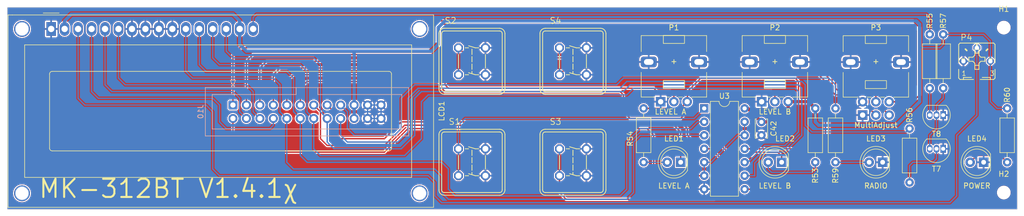
<source format=kicad_pcb>
(kicad_pcb (version 20211014) (generator pcbnew)
  (title_block (title "MK312BT Display Print") (date "2022-09-05") (rev "1.4.1-Chi"))
  (layers (0 "F.Cu" signal) (31 "B.Cu" signal) (34 "B.Paste" user) (35 "F.Paste" user) (36 "B.SilkS" user "B.Silkscreen") (37 "F.SilkS" user "F.Silkscreen") (38 "B.Mask" user) (39 "F.Mask" user) (44 "Edge.Cuts" user))
  (net 0 "")
  (net 1 "Net-(J10-Pad1)")
  (net 2 "GND")
  (net 3 "Net-(J10-Pad3)")
  (net 4 "Net-(J10-Pad4)")
  (net 5 "Net-(J10-Pad5)")
  (net 6 "Net-(J10-Pad6)")
  (net 7 "Net-(J10-Pad7)")
  (net 8 "Net-(J10-Pad8)")
  (net 9 "Net-(J10-Pad9)")
  (net 10 "Net-(J10-Pad10)")
  (net 11 "Net-(J10-Pad11)")
  (net 12 "Net-(J10-Pad12)")
  (net 13 "Net-(J10-Pad13)")
  (net 14 "Net-(J10-Pad14)")
  (net 15 "Net-(J10-Pad15)")
  (net 16 "Net-(J10-Pad16)")
  (net 17 "Net-(J10-Pad17)")
  (net 18 "Net-(J10-Pad18)")
  (net 19 "Net-(LED1-Pad2)")
  (net 20 "Net-(LED2-Pad2)")
  (net 21 "Net-(LED4-Pad2)")
  (net 22 "Net-(LCD1-Pad3)")
  (net 23 "Net-(R55-Pad2)")
  (net 24 "Net-(R56-Pad2)")
  (net 25 "Net-(R57-Pad1)")
  (net 26 "Net-(S2-Pad1)")
  (net 27 "+5V")
  (net 28 "Net-(S1-Pad1)")
  (net 29 "Net-(S4-Pad1)")
  (net 30 "Net-(LCD1-Pad16)")
  (net 31 "Net-(LED3-Pad2)")
  (net 32 "Net-(J10-Pad2)")
  (net 33 "Net-(S3-Pad1)")
  (footprint "LED_THT:LED_D5.0mm" (layer "F.Cu") (at 234.955004 80.01 180)
    (fp_text reference "LED4")
    (fp_text value "5 mm, red")
  )
  (footprint "LED_THT:LED_D5.0mm" (layer "F.Cu") (at 177.805004 80.01 180)
    (fp_text reference "LED1")
    (fp_text value "5 mm, red")
  )
  (footprint "Package_DIP:DIP-14_W7.62mm" (layer "F.Cu") (at 182.245 69.85)
    (fp_text reference "U3")
    (fp_text value "4066N")
  )
  (footprint "mk312:DTE6K" (layer "F.Cu") (at 157.48 80.01 90)
    (fp_text reference "S3")
    (fp_text value "D6C90F2LFS")
  )
  (footprint "mk312:DTE6K" (layer "F.Cu") (at 138.43 80.01 90)
    (fp_text reference "S1")
    (fp_text value "D6C90F2LFS")
  )
  (footprint "Resistor_THT:R_Axial_DIN0207_L6.3mm_D2.5mm_P10.16mm_Horizontal" (layer "F.Cu") (at 203.2 69.85 -90)
    (fp_text reference "R53")
    (fp_text value "390")
  )
  (footprint "Resistor_THT:R_Axial_DIN0207_L6.3mm_D2.5mm_P10.16mm_Horizontal" (layer "F.Cu") (at 207.01 80.01 90)
    (fp_text reference "R59")
    (fp_text value "390")
  )
  (footprint "MountingHole:MountingHole_2.5mm" (layer "F.Cu") (at 238.76 54.61)
    (fp_text reference "H1")
    (fp_text value "MountingHole topright" hide)
  )
  (footprint "Resistor_THT:R_Axial_DIN0207_L6.3mm_D2.5mm_P10.16mm_Horizontal" (layer "F.Cu") (at 227.33 66.04 90)
    (fp_text reference "R57")
    (fp_text value "1.5k")
  )
  (footprint "Capacitor_THT:C_Disc_D3.4mm_W2.1mm_P2.50mm" (layer "F.Cu") (at 193.04 72.41 -90)
    (fp_text reference "C42")
    (fp_text value "0.1uF")
  )
  (footprint "Resistor_THT:R_Axial_DIN0207_L6.3mm_D2.5mm_P10.16mm_Horizontal" (layer "F.Cu") (at 220.98 73.66 -90)
    (fp_text reference "R56")
    (fp_text value "1.5k")
  )
  (footprint "Potentiometer_THT:Potentiometer_Alps_RK09L_Single_Vertical" (layer "F.Cu") (at 174.030005 68.590008 90)
    (fp_text reference "P1")
    (fp_text value "10k")
  )
  (footprint "mk312:B25P" (layer "F.Cu") (at 233.68 60.96)
    (fp_text reference "P4")
    (fp_text value "10k")
  )
  (footprint "mk312:DTE6K" (layer "F.Cu") (at 138.43 60.96 90)
    (fp_text reference "S2")
    (fp_text value "D6C90F2LFS")
  )
  (footprint "Resistor_THT:R_Axial_DIN0207_L6.3mm_D2.5mm_P10.16mm_Horizontal" (layer "F.Cu") (at 239.395 80.01 90)
    (fp_text reference "R60")
    (fp_text value "390")
  )
  (footprint "Resistor_THT:R_Axial_DIN0207_L6.3mm_D2.5mm_P10.16mm_Horizontal" (layer "F.Cu") (at 170.815 69.85 -90)
    (fp_text reference "R54")
    (fp_text value "390")
  )
  (footprint "MountingHole:MountingHole_2.5mm" (layer "F.Cu") (at 238.76 85.725)
    (fp_text reference "H2")
    (fp_text value "MountingHole bottomright" hide)
  )
  (footprint "Potentiometer_THT:Potentiometer_Alps_RK09L_Double_Vertical" (layer "F.Cu") (at 212.130005 71.109992 90)
    (fp_text reference "P3")
    (fp_text value "10k stereo")
  )
  (footprint "LED_THT:LED_D5.0mm" (layer "F.Cu") (at 196.855004 80.01 180)
    (fp_text reference "LED2")
    (fp_text value "5 mm, red")
  )
  (footprint "Resistor_THT:R_Axial_DIN0207_L6.3mm_D2.5mm_P10.16mm_Horizontal" (layer "F.Cu") (at 224.79 55.88 -90)
    (fp_text reference "R55")
    (fp_text value "100")
  )
  (footprint "Potentiometer_THT:Potentiometer_Alps_RK09L_Single_Vertical" (layer "F.Cu") (at 193.080005 68.590008 90)
    (fp_text reference "P2")
    (fp_text value "10k")
  )
  (footprint "Package_TO_SOT_THT:TO-92_Inline" (layer "F.Cu") (at 227.33 71.12 180)
    (fp_text reference "T8")
    (fp_text value "2N3904")
  )
  (footprint "Display:WC1602A" (layer "F.Cu") (at 59.055 54.864)
    (fp_text reference "LCD1")
    (fp_text value "RC1602A")
  )
  (footprint "Package_TO_SOT_THT:TO-92_Inline" (layer "F.Cu") (at 227.33 77.47 180)
    (fp_text reference "T7")
    (fp_text value "2N3904")
  )
  (footprint "mk312:DTE6K" (layer "F.Cu") (at 157.48 60.96 90)
    (fp_text reference "S4")
    (fp_text value "D6C90F2LFS")
  )
  (footprint "LED_THT:LED_D5.0mm" (layer "F.Cu") (at 215.905004 80.01 180)
    (fp_text reference "LED3")
    (fp_text value "5 mm, red")
  )
  (footprint "Connector_IDC:IDC-Header_2x12_P2.54mm_Vertical" (layer "B.Cu") (at 93.345 69.215 -90)
    (fp_text reference "J10")
    (fp_text value "Conn. 02x12")
  )
  (gr_line (start 50.8 50.8) (end 50.8 50.8) (layer "Edge.Cuts") (width 0.05))
  (gr_line (start 50.8 88.9) (end 241.3 88.9) (layer "Edge.Cuts") (width 0.05))
  (gr_line (start 50.8 50.8) (end 50.8 88.9) (layer "Edge.Cuts") (width 0.05))
  (gr_line (start 241.3 50.8) (end 50.8 50.8) (layer "Edge.Cuts") (width 0.05))
  (gr_line (start 241.3 88.9) (end 241.3 50.8) (layer "Edge.Cuts") (width 0.05))
  (gr_text "MK-312BT V1.4.1χ" (at 56.515 86.995) (layer "F.SilkS") (effects (font (size 3.429 3.429) (thickness 0.381)) (justify left bottom)))
  (gr_text "+" (at 214.63 60.96) (layer "F.SilkS") (effects (font (size 1 1)) (justify mirror)))
  (gr_text "+" (at 195.58 60.96) (layer "F.SilkS") (effects (font (size 1 1)) (justify mirror)))
  (gr_text "+" (at 176.53 60.96) (layer "F.SilkS") (effects (font (size 1 1)) (justify mirror)))
  (segment (start 131.445 53.975) (end 132.08 53.34) (width 0.254) (layer "F.Cu") (net 1))
  (segment (start 221.585008 68.609992) (end 217.130005 68.609992) (width 0.254) (layer "F.Cu") (net 1))
  (segment (start 130.175 58.42) (end 131.445 57.15) (width 0.254) (layer "F.Cu") (net 1))
  (segment (start 94.615 58.42) (end 130.175 58.42) (width 0.254) (layer "F.Cu") (net 1))
  (segment (start 222.885 67.31) (end 221.585008 68.609992) (width 0.254) (layer "F.Cu") (net 1))
  (segment (start 222.885 54.61) (end 222.885 67.31) (width 0.254) (layer "F.Cu") (net 1))
  (segment (start 93.345 59.69) (end 94.615 58.42) (width 0.254) (layer "F.Cu") (net 1))
  (segment (start 131.445 57.15) (end 131.445 53.975) (width 0.254) (layer "F.Cu") (net 1))
  (segment (start 93.345 69.215) (end 93.345 59.69) (width 0.254) (layer "F.Cu") (net 1))
  (segment (start 221.615 53.34) (end 222.885 54.61) (width 0.254) (layer "F.Cu") (net 1))
  (segment (start 132.08 53.34) (end 221.615 53.34) (width 0.254) (layer "F.Cu") (net 1))
  (segment (start 118.745 71.755) (end 118.745 69.215) (width 0.254) (layer "B.Cu") (net 2))
  (segment (start 121.285 71.755) (end 121.285 69.215) (width 0.254) (layer "B.Cu") (net 2))
  (segment (start 118.745 69.215) (end 121.285 69.215) (width 0.254) (layer "B.Cu") (net 2))
  (segment (start 121.285 71.755) (end 118.745 71.755) (width 0.254) (layer "B.Cu") (net 2))
  (segment (start 220.98 53.975) (end 222.25 55.245) (width 0.254) (layer "F.Cu") (net 3))
  (segment (start 130.81 59.69) (end 132.08 58.42) (width 0.254) (layer "F.Cu") (net 3))
  (segment (start 132.08 54.61) (end 132.715 53.975) (width 0.254) (layer "F.Cu") (net 3))
  (segment (start 95.885 60.96) (end 97.155 59.69) (width 0.254) (layer "F.Cu") (net 3))
  (segment (start 132.08 58.42) (end 132.08 54.61) (width 0.254) (layer "F.Cu") (net 3))
  (segment (start 221.615 66.04) (end 217.17 66.04) (width 0.254) (layer "F.Cu") (net 3))
  (segment (start 132.715 53.975) (end 220.98 53.975) (width 0.254) (layer "F.Cu") (net 3))
  (segment (start 95.885 69.215) (end 95.885 60.96) (width 0.254) (layer "F.Cu") (net 3))
  (segment (start 215.9 67.31) (end 215.9 69.879987) (width 0.254) (layer "F.Cu") (net 3))
  (segment (start 217.17 66.04) (end 215.9 67.31) (width 0.254) (layer "F.Cu") (net 3))
  (segment (start 222.25 55.245) (end 222.25 65.405) (width 0.254) (layer "F.Cu") (net 3))
  (segment (start 97.155 59.69) (end 130.81 59.69) (width 0.254) (layer "F.Cu") (net 3))
  (segment (start 215.9 69.879987) (end 217.130005 71.109992) (width 0.254) (layer "F.Cu") (net 3))
  (segment (start 222.25 65.405) (end 221.615 66.04) (width 0.254) (layer "F.Cu") (net 3))
  (segment (start 94.615 67.945) (end 93.345 66.675) (width 0.254) (layer "B.Cu") (net 4))
  (segment (start 95.885 71.755) (end 94.615 70.485) (width 0.254) (layer "B.Cu") (net 4))
  (segment (start 94.615 70.485) (end 94.615 67.945) (width 0.254) (layer "B.Cu") (net 4))
  (segment (start 69.215 65.405) (end 70.485 66.675) (width 0.254) (layer "B.Cu") (net 4))
  (segment (start 93.345 66.675) (end 70.485 66.675) (width 0.254) (layer "B.Cu") (net 4))
  (segment (start 69.215 65.405) (end 69.215 54.864) (width 0.254) (layer "B.Cu") (net 4))
  (segment (start 214.630005 67.310005) (end 213.995 66.675) (width 0.254) (layer "F.Cu") (net 5))
  (segment (start 131.445 60.96) (end 99.695 60.96) (width 0.254) (layer "F.Cu") (net 5))
  (segment (start 133.35 54.61) (end 132.715 55.245) (width 0.254) (layer "F.Cu") (net 5))
  (segment (start 132.715 59.69) (end 131.445 60.96) (width 0.254) (layer "F.Cu") (net 5))
  (segment (start 207.645 66.675) (end 207.01 66.04) (width 0.254) (layer "F.Cu") (net 5))
  (segment (start 207.01 55.88) (end 205.74 54.61) (width 0.254) (layer "F.Cu") (net 5))
  (segment (start 132.715 55.245) (end 132.715 59.69) (width 0.254) (layer "F.Cu") (net 5))
  (segment (start 205.74 54.61) (end 133.35 54.61) (width 0.254) (layer "F.Cu") (net 5))
  (segment (start 98.425 62.23) (end 98.425 69.215) (width 0.254) (layer "F.Cu") (net 5))
  (segment (start 213.995 66.675) (end 207.645 66.675) (width 0.254) (layer "F.Cu") (net 5))
  (segment (start 99.695 60.96) (end 98.425 62.23) (width 0.254) (layer "F.Cu") (net 5))
  (segment (start 207.01 66.04) (end 207.01 55.88) (width 0.254) (layer "F.Cu") (net 5))
  (segment (start 214.630005 68.609992) (end 214.630005 67.310005) (width 0.254) (layer "F.Cu") (net 5))
  (segment (start 71.755 64.135) (end 71.755 54.864) (width 0.254) (layer "B.Cu") (net 6))
  (segment (start 73.025 65.405) (end 71.755 64.135) (width 0.254) (layer "B.Cu") (net 6))
  (segment (start 95.885 65.405) (end 73.025 65.405) (width 0.254) (layer "B.Cu") (net 6))
  (segment (start 97.155 66.675) (end 95.885 65.405) (width 0.254) (layer "B.Cu") (net 6))
  (segment (start 97.155 70.485) (end 98.425 71.755) (width 0.254) (layer "B.Cu") (net 6))
  (segment (start 97.155 70.485) (end 97.155 66.675) (width 0.254) (layer "B.Cu") (net 6))
  (segment (start 213.36 67.945) (end 212.725 67.31) (width 0.254) (layer "F.Cu") (net 7))
  (segment (start 133.985 55.245) (end 133.35 55.88) (width 0.254) (layer "F.Cu") (net 7))
  (segment (start 214.630005 71.109992) (end 213.36 69.839987) (width 0.254) (layer "F.Cu") (net 7))
  (segment (start 132.08 62.23) (end 102.235 62.23) (width 0.254) (layer "F.Cu") (net 7))
  (segment (start 100.965 63.5) (end 100.965 69.215) (width 0.254) (layer "F.Cu") (net 7))
  (segment (start 207.01 67.31) (end 206.375 66.675) (width 0.254) (layer "F.Cu") (net 7))
  (segment (start 206.375 56.515) (end 205.105 55.245) (width 0.254) (layer "F.Cu") (net 7))
  (segment (start 133.35 55.88) (end 133.35 60.96) (width 0.254) (layer "F.Cu") (net 7))
  (segment (start 213.36 69.839987) (end 213.36 67.945) (width 0.254) (layer "F.Cu") (net 7))
  (segment (start 205.105 55.245) (end 133.985 55.245) (width 0.254) (layer "F.Cu") (net 7))
  (segment (start 102.235 62.23) (end 100.965 63.5) (width 0.254) (layer "F.Cu") (net 7))
  (segment (start 212.725 67.31) (end 207.01 67.31) (width 0.254) (layer "F.Cu") (net 7))
  (segment (start 206.375 66.675) (end 206.375 56.515) (width 0.254) (layer "F.Cu") (net 7))
  (segment (start 133.35 60.96) (end 132.08 62.23) (width 0.254) (layer "F.Cu") (net 7))
  (segment (start 100.33 73.66) (end 100.965 73.025) (width 0.254) (layer "B.Cu") (net 8))
  (segment (start 90.805 69.215) (end 90.805 72.39) (width 0.254) (layer "B.Cu") (net 8))
  (segment (start 89.535 67.945) (end 90.805 69.215) (width 0.254) (layer "B.Cu") (net 8))
  (segment (start 66.675 54.864) (end 66.675 66.675) (width 0.254) (layer "B.Cu") (net 8))
  (segment (start 92.075 73.66) (end 100.33 73.66) (width 0.254) (layer "B.Cu") (net 8))
  (segment (start 100.965 73.025) (end 100.965 71.755) (width 0.254) (layer "B.Cu") (net 8))
  (segment (start 67.945 67.945) (end 89.535 67.945) (width 0.254) (layer "B.Cu") (net 8))
  (segment (start 66.675 66.675) (end 67.945 67.945) (width 0.254) (layer "B.Cu") (net 8))
  (segment (start 90.805 72.39) (end 92.075 73.66) (width 0.254) (layer "B.Cu") (net 8))
  (segment (start 133.35 64.135) (end 132.715 63.5) (width 0.254) (layer "F.Cu") (net 9))
  (segment (start 104.775 63.5) (end 103.505 64.77) (width 0.254) (layer "F.Cu") (net 9))
  (segment (start 133.35 65.405) (end 133.35 64.135) (width 0.254) (layer "F.Cu") (net 9))
  (segment (start 172.72 66.04) (end 133.985 66.04) (width 0.254) (layer "F.Cu") (net 9))
  (segment (start 176.530005 68.590008) (end 176.530005 67.310005) (width 0.254) (layer "F.Cu") (net 9))
  (segment (start 175.895 66.675) (end 173.355 66.675) (width 0.254) (layer "F.Cu") (net 9))
  (segment (start 133.985 66.04) (end 133.35 65.405) (width 0.254) (layer "F.Cu") (net 9))
  (segment (start 176.530005 67.310005) (end 175.895 66.675) (width 0.254) (layer "F.Cu") (net 9))
  (segment (start 173.355 66.675) (end 172.72 66.04) (width 0.254) (layer "F.Cu") (net 9))
  (segment (start 132.715 63.5) (end 104.775 63.5) (width 0.254) (layer "F.Cu") (net 9))
  (segment (start 103.505 64.77) (end 103.505 69.215) (width 0.254) (layer "F.Cu") (net 9))
  (segment (start 133.985 86.995) (end 132.715 85.725) (width 0.254) (layer "B.Cu") (net 10))
  (segment (start 85.725 64.135) (end 84.455 62.865) (width 0.254) (layer "B.Cu") (net 10))
  (segment (start 84.455 62.865) (end 84.455 54.864) (width 0.254) (layer "B.Cu") (net 10))
  (segment (start 100.965 64.135) (end 85.725 64.135) (width 0.254) (layer "B.Cu") (net 10))
  (segment (start 102.235 65.405) (end 100.965 64.135) (width 0.254) (layer "B.Cu") (net 10))
  (segment (start 132.715 85.725) (end 132.715 82.561578) (width 0.254) (layer "B.Cu") (net 10))
  (segment (start 170.18 74.93) (end 168.91 76.2) (width 0.254) (layer "B.Cu") (net 10))
  (segment (start 104.775 81.28) (end 103.505 80.01) (width 0.254) (layer "B.Cu") (net 10))
  (segment (start 170.185 74.935) (end 170.18 74.93) (width 0.254) (layer "B.Cu") (net 10))
  (segment (start 182.235 74.935) (end 170.185 74.935) (width 0.254) (layer "B.Cu") (net 10))
  (segment (start 168.91 76.2) (end 168.91 85.725) (width 0.254) (layer "B.Cu") (net 10))
  (segment (start 167.64 86.995) (end 133.985 86.995) (width 0.254) (layer "B.Cu") (net 10))
  (segment (start 168.91 85.725) (end 167.64 86.995) (width 0.254) (layer "B.Cu") (net 10))
  (segment (start 102.235 70.485) (end 102.235 65.405) (width 0.254) (layer "B.Cu") (net 10))
  (segment (start 132.715 82.561578) (end 131.433422 81.28) (width 0.254) (layer "B.Cu") (net 10))
  (segment (start 131.433422 81.28) (end 104.775 81.28) (width 0.254) (layer "B.Cu") (net 10))
  (segment (start 102.235 70.485) (end 103.505 71.755) (width 0.254) (layer "B.Cu") (net 10))
  (segment (start 103.505 80.01) (end 103.505 71.755) (width 0.254) (layer "B.Cu") (net 10))
  (segment (start 181.61 66.675) (end 180.34 67.945) (width 0.254) (layer "F.Cu") (net 11))
  (segment (start 167.005 67.31) (end 166.37 66.675) (width 0.254) (layer "F.Cu") (net 11))
  (segment (start 132.715 65.405) (end 132.08 64.77) (width 0.254) (layer "F.Cu") (net 11))
  (segment (start 180.34 67.945) (end 180.34 69.215) (width 0.254) (layer "F.Cu") (net 11))
  (segment (start 167.005 70.485) (end 167.005 67.31) (width 0.254) (layer "F.Cu") (net 11))
  (segment (start 195.580005 68.590008) (end 195.580005 67.310005) (width 0.254) (layer "F.Cu") (net 11))
  (segment (start 180.34 69.215) (end 177.8 71.755) (width 0.254) (layer "F.Cu") (net 11))
  (segment (start 106.045 66.04) (end 106.045 69.215) (width 0.254) (layer "F.Cu") (net 11))
  (segment (start 107.315 64.77) (end 106.045 66.04) (width 0.254) (layer "F.Cu") (net 11))
  (segment (start 132.715 66.04) (end 132.715 65.405) (width 0.254) (layer "F.Cu") (net 11))
  (segment (start 195.580005 67.310005) (end 194.945 66.675) (width 0.254) (layer "F.Cu") (net 11))
  (segment (start 133.35 66.675) (end 132.715 66.04) (width 0.254) (layer "F.Cu") (net 11))
  (segment (start 168.275 71.755) (end 167.005 70.485) (width 0.254) (layer "F.Cu") (net 11))
  (segment (start 166.37 66.675) (end 133.35 66.675) (width 0.254) (layer "F.Cu") (net 11))
  (segment (start 132.08 64.77) (end 107.315 64.77) (width 0.254) (layer "F.Cu") (net 11))
  (segment (start 194.945 66.675) (end 181.61 66.675) (width 0.254) (layer "F.Cu") (net 11))
  (segment (start 177.8 71.755) (end 168.275 71.755) (width 0.254) (layer "F.Cu") (net 11))
  (segment (start 107.315 80.01) (end 106.045 78.74) (width 0.254) (layer "B.Cu") (net 12))
  (segment (start 166.37 86.36) (end 135.255 86.36) (width 0.254) (layer "B.Cu") (net 12))
  (segment (start 86.995 61.595) (end 88.265 62.865) (width 0.254) (layer "B.Cu") (net 12))
  (segment (start 104.775 70.485) (end 104.775 64.135) (width 0.254) (layer "B.Cu") (net 12))
  (segment (start 167.64 76.2) (end 167.64 85.09) (width 0.254) (layer "B.Cu") (net 12))
  (segment (start 132.715 80.01) (end 107.315 80.01) (width 0.254) (layer "B.Cu") (net 12))
  (segment (start 104.775 64.135) (end 103.505 62.865) (width 0.254) (layer "B.Cu") (net 12))
  (segment (start 179.705 73.66) (end 170.18 73.66) (width 0.254) (layer "B.Cu") (net 12))
  (segment (start 133.985 81.28) (end 132.715 80.01) (width 0.254) (layer "B.Cu") (net 12))
  (segment (start 182.235 72.395) (end 180.97 72.395) (width 0.254) (layer "B.Cu") (net 12))
  (segment (start 88.265 62.865) (end 103.505 62.865) (width 0.254) (layer "B.Cu") (net 12))
  (segment (start 167.64 85.09) (end 166.37 86.36) (width 0.254) (layer "B.Cu") (net 12))
  (segment (start 170.18 73.66) (end 167.64 76.2) (width 0.254) (layer "B.Cu") (net 12))
  (segment (start 133.985 85.09) (end 133.985 81.28) (width 0.254) (layer "B.Cu") (net 12))
  (segment (start 180.97 72.395) (end 179.705 73.66) (width 0.254) (layer "B.Cu") (net 12))
  (segment (start 135.255 86.36) (end 133.985 85.09) (width 0.254) (layer "B.Cu") (net 12))
  (segment (start 104.775 70.485) (end 106.045 71.755) (width 0.254) (layer "B.Cu") (net 12))
  (segment (start 106.045 78.74) (end 106.045 71.755) (width 0.254) (layer "B.Cu") (net 12))
  (segment (start 86.995 54.864) (end 86.995 61.595) (width 0.254) (layer "B.Cu") (net 12))
  (segment (start 111.125 76.835) (end 121.92 76.835) (width 0.254) (layer "F.Cu") (net 13))
  (segment (start 121.92 76.835) (end 125.73 73.025) (width 0.254) (layer "F.Cu") (net 13))
  (segment (start 125.73 73.025) (end 176.53 73.025) (width 0.254) (layer "F.Cu") (net 13))
  (segment (start 108.585 69.215) (end 109.855 70.485) (width 0.254) (layer "F.Cu") (net 13))
  (segment (start 109.855 70.485) (end 109.855 75.565) (width 0.254) (layer "F.Cu") (net 13))
  (segment (start 176.53 73.025) (end 177.805004 74.300004) (width 0.254) (layer "F.Cu") (net 13))
  (segment (start 177.805004 74.300004) (end 177.805004 80.01) (width 0.254) (layer "F.Cu") (net 13))
  (segment (start 109.855 75.565) (end 111.125 76.835) (width 0.254) (layer "F.Cu") (net 13))
  (segment (start 128.905 68.58) (end 130.175 67.31) (width 0.254) (layer "B.Cu") (net 14))
  (segment (start 200.025 74.295) (end 197.485 76.835) (width 0.254) (layer "B.Cu") (net 14))
  (segment (start 128.905 75.565) (end 128.905 68.58) (width 0.254) (layer "B.Cu") (net 14))
  (segment (start 107.315 70.485) (end 108.585 71.755) (width 0.254) (layer "B.Cu") (net 14))
  (segment (start 200.025 66.675) (end 200.025 74.295) (width 0.254) (layer "B.Cu") (net 14))
  (segment (start 89.535 60.325) (end 90.805 61.595) (width 0.254) (layer "B.Cu") (net 14))
  (segment (start 199.39 66.04) (end 200.025 66.675) (width 0.254) (layer "B.Cu") (net 14))
  (segment (start 90.805 61.595) (end 106.045 61.595) (width 0.254) (layer "B.Cu") (net 14))
  (segment (start 197.485 76.835) (end 193.675 76.835) (width 0.254) (layer "B.Cu") (net 14))
  (segment (start 108.585 71.755) (end 108.585 77.47) (width 0.254) (layer "B.Cu") (net 14))
  (segment (start 107.315 62.865) (end 107.315 70.485) (width 0.254) (layer "B.Cu") (net 14))
  (segment (start 125.73 78.74) (end 128.905 75.565) (width 0.254) (layer "B.Cu") (net 14))
  (segment (start 108.585 77.47) (end 109.855 78.74) (width 0.254) (layer "B.Cu") (net 14))
  (segment (start 167.64 67.31) (end 168.91 66.04) (width 0.254) (layer "B.Cu") (net 14))
  (segment (start 89.535 54.864) (end 89.535 60.325) (width 0.254) (layer "B.Cu") (net 14))
  (segment (start 193.675 76.835) (end 190.5 80.01) (width 0.254) (layer "B.Cu") (net 14))
  (segment (start 168.91 66.04) (end 199.39 66.04) (width 0.254) (layer "B.Cu") (net 14))
  (segment (start 109.855 78.74) (end 125.73 78.74) (width 0.254) (layer "B.Cu") (net 14))
  (segment (start 106.045 61.595) (end 107.315 62.865) (width 0.254) (layer "B.Cu") (net 14))
  (segment (start 130.175 67.31) (end 167.64 67.31) (width 0.254) (layer "B.Cu") (net 14))
  (segment (start 121.92 75.565) (end 125.095 72.39) (width 0.254) (layer "F.Cu") (net 15))
  (segment (start 191.77 78.105) (end 196.104004 78.105) (width 0.254) (layer "F.Cu") (net 15))
  (segment (start 184.785 76.2) (end 187.325 78.74) (width 0.254) (layer "F.Cu") (net 15))
  (segment (start 112.395 70.485) (end 112.395 74.295) (width 0.254) (layer "F.Cu") (net 15))
  (segment (start 179.07 73.66) (end 179.07 74.93) (width 0.254) (layer "F.Cu") (net 15))
  (segment (start 113.665 75.565) (end 121.92 75.565) (width 0.254) (layer "F.Cu") (net 15))
  (segment (start 179.07 74.93) (end 180.34 76.2) (width 0.254) (layer "F.Cu") (net 15))
  (segment (start 177.8 72.39) (end 179.07 73.66) (width 0.254) (layer "F.Cu") (net 15))
  (segment (start 180.34 76.2) (end 184.785 76.2) (width 0.254) (layer "F.Cu") (net 15))
  (segment (start 125.095 72.39) (end 177.8 72.39) (width 0.254) (layer "F.Cu") (net 15))
  (segment (start 111.125 69.215) (end 112.395 70.485) (width 0.254) (layer "F.Cu") (net 15))
  (segment (start 196.855004 78.856) (end 196.855004 80.01) (width 0.254) (layer "F.Cu") (net 15))
  (segment (start 191.135 78.74) (end 191.77 78.105) (width 0.254) (layer "F.Cu") (net 15))
  (segment (start 187.325 78.74) (end 191.135 78.74) (width 0.254) (layer "F.Cu") (net 15))
  (segment (start 196.104004 78.105) (end 196.855004 78.856) (width 0.254) (layer "F.Cu") (net 15))
  (segment (start 112.395 74.295) (end 113.665 75.565) (width 0.254) (layer "F.Cu") (net 15))
  (segment (start 127.635 67.945) (end 128.905 66.675) (width 0.254) (layer "B.Cu") (net 16))
  (segment (start 109.855 70.485) (end 111.125 71.755) (width 0.254) (layer "B.Cu") (net 16))
  (segment (start 112.395 77.47) (end 125.095 77.47) (width 0.254) (layer "B.Cu") (net 16))
  (segment (start 92.075 54.864) (end 92.075 59.055) (width 0.254) (layer "B.Cu") (net 16))
  (segment (start 111.125 71.755) (end 111.125 76.2) (width 0.254) (layer "B.Cu") (net 16))
  (segment (start 108.585 60.325) (end 109.855 61.595) (width 0.254) (layer "B.Cu") (net 16))
  (segment (start 125.095 77.47) (end 127.635 74.93) (width 0.254) (layer "B.Cu") (net 16))
  (segment (start 200.66 66.04) (end 200.66 74.93) (width 0.254) (layer "B.Cu") (net 16))
  (segment (start 93.345 60.325) (end 108.585 60.325) (width 0.254) (layer "B.Cu") (net 16))
  (segment (start 191.77 80.159324) (end 191.77 82.55) (width 0.254) (layer "B.Cu") (net 16))
  (segment (start 111.125 76.2) (end 112.395 77.47) (width 0.254) (layer "B.Cu") (net 16))
  (segment (start 167.005 66.675) (end 168.275 65.405) (width 0.254) (layer "B.Cu") (net 16))
  (segment (start 127.635 74.93) (end 127.635 67.945) (width 0.254) (layer "B.Cu") (net 16))
  (segment (start 109.855 61.595) (end 109.855 70.485) (width 0.254) (layer "B.Cu") (net 16))
  (segment (start 92.075 59.055) (end 93.345 60.325) (width 0.254) (layer "B.Cu") (net 16))
  (segment (start 197.485 78.105) (end 193.824324 78.105) (width 0.254) (layer "B.Cu") (net 16))
  (segment (start 128.905 66.675) (end 167.005 66.675) (width 0.254) (layer "B.Cu") (net 16))
  (segment (start 193.824324 78.105) (end 191.77 80.159324) (width 0.254) (layer "B.Cu") (net 16))
  (segment (start 168.275 65.405) (end 200.025 65.405) (width 0.254) (layer "B.Cu") (net 16))
  (segment (start 191.77 82.55) (end 189.865 82.55) (width 0.254) (layer "B.Cu") (net 16))
  (segment (start 200.025 65.405) (end 200.66 66.04) (width 0.254) (layer "B.Cu") (net 16))
  (segment (start 200.66 74.93) (end 197.485 78.105) (width 0.254) (layer "B.Cu") (net 16))
  (segment (start 114.93645 70.48645) (end 114.93645 73.66145) (width 0.254) (layer "B.Cu") (net 17))
  (segment (start 127.635 65.405) (end 165.735 65.405) (width 0.254) (layer "B.Cu") (net 17))
  (segment (start 207.01 65.405) (end 207.01 69.85) (width 0.254) (layer "B.Cu") (net 17))
  (segment (start 113.665 69.215) (end 114.93645 70.48645) (width 0.254) (layer "B.Cu") (net 17))
  (segment (start 165.735 65.405) (end 167.005 64.135) (width 0.254) (layer "B.Cu") (net 17))
  (segment (start 114.93645 73.66145) (end 116.205 74.93) (width 0.254) (layer "B.Cu") (net 17))
  (segment (start 125.095 67.945) (end 127.635 65.405) (width 0.254) (layer "B.Cu") (net 17))
  (segment (start 123.825 74.93) (end 125.095 73.66) (width 0.254) (layer "B.Cu") (net 17))
  (segment (start 116.205 74.93) (end 123.825 74.93) (width 0.254) (layer "B.Cu") (net 17))
  (segment (start 167.005 64.135) (end 205.74 64.135) (width 0.254) (layer "B.Cu") (net 17))
  (segment (start 125.095 73.66) (end 125.095 67.945) (width 0.254) (layer "B.Cu") (net 17))
  (segment (start 205.74 64.135) (end 207.01 65.405) (width 0.254) (layer "B.Cu") (net 17))
  (segment (start 126.365 74.295) (end 126.365 67.945) (width 0.254) (layer "B.Cu") (net 18))
  (segment (start 167.64 64.77) (end 200.66 64.77) (width 0.254) (layer "B.Cu") (net 18))
  (segment (start 113.665 74.93) (end 114.935 76.2) (width 0.254) (layer "B.Cu") (net 18))
  (segment (start 128.27 66.04) (end 166.37 66.04) (width 0.254) (layer "B.Cu") (net 18))
  (segment (start 114.935 76.2) (end 124.46 76.2) (width 0.254) (layer "B.Cu") (net 18))
  (segment (start 166.37 66.04) (end 167.64 64.77) (width 0.254) (layer "B.Cu") (net 18))
  (segment (start 201.295 65.405) (end 201.295 73.025) (width 0.254) (layer "B.Cu") (net 18))
  (segment (start 126.365 67.945) (end 128.27 66.04) (width 0.254) (layer "B.Cu") (net 18))
  (segment (start 201.295 73.025) (end 202.565 74.295) (width 0.254) (layer "B.Cu") (net 18))
  (segment (start 124.46 76.2) (end 126.365 74.295) (width 0.254) (layer "B.Cu") (net 18))
  (segment (start 113.665 71.755) (end 113.665 74.93) (width 0.254) (layer "B.Cu") (net 18))
  (segment (start 202.565 74.295) (end 220.345 74.295) (width 0.254) (layer "B.Cu") (net 18))
  (segment (start 200.66 64.77) (end 201.295 65.405) (width 0.254) (layer "B.Cu") (net 18))
  (segment (start 220.345 74.295) (end 220.98 73.66) (width 0.254) (layer "B.Cu") (net 18))
  (segment (start 170.815 80.01) (end 175.265004 80.01) (width 0.254) (layer "B.Cu") (net 19))
  (segment (start 202.565 81.915) (end 203.2 81.28) (width 0.254) (layer "B.Cu") (net 20))
  (segment (start 203.2 81.28) (end 203.2 80.01) (width 0.254) (layer "B.Cu") (net 20))
  (segment (start 194.945 81.915) (end 202.565 81.915) (width 0.254) (layer "B.Cu") (net 20))
  (segment (start 194.315004 80.01) (end 194.315004 81.285004) (width 0.254) (layer "B.Cu") (net 20))
  (segment (start 194.315004 81.285004) (end 194.945 81.915) (width 0.254) (layer "B.Cu") (net 20))
  (segment (start 233.68 78.74) (end 232.41 80.01) (width 0.254) (layer "F.Cu") (net 21))
  (segment (start 239.395 80.01) (end 238.125 78.74) (width 0.254) (layer "F.Cu") (net 21))
  (segment (start 238.125 78.74) (end 233.68 78.74) (width 0.254) (layer "F.Cu") (net 21))
  (segment (start 228.6 87.63) (end 229.87 86.36) (width 0.254) (layer "B.Cu") (net 22))
  (segment (start 64.135 54.864) (end 64.135 67.945) (width 0.254) (layer "B.Cu") (net 22))
  (segment (start 89.535 70.485) (end 89.535 81.28) (width 0.254) (layer "B.Cu") (net 22))
  (segment (start 131.445 86.36) (end 131.445 83.82) (width 0.254) (layer "B.Cu") (net 22))
  (segment (start 131.445 83.82) (end 130.175 82.55) (width 0.254) (layer "B.Cu") (net 22))
  (segment (start 132.715 87.63) (end 228.6 87.63) (width 0.254) (layer "B.Cu") (net 22))
  (segment (start 132.715 87.63) (end 131.445 86.36) (width 0.254) (layer "B.Cu") (net 22))
  (segment (start 65.405 69.215) (end 88.265 69.215) (width 0.254) (layer "B.Cu") (net 22))
  (segment (start 88.265 69.215) (end 89.535 70.485) (width 0.254) (layer "B.Cu") (net 22))
  (segment (start 233.68 71.12) (end 233.68 58.42) (width 0.254) (layer "B.Cu") (net 22))
  (segment (start 229.87 74.93) (end 233.68 71.12) (width 0.254) (layer "B.Cu") (net 22))
  (segment (start 89.535 81.28) (end 90.805 82.55) (width 0.254) (layer "B.Cu") (net 22))
  (segment (start 64.135 67.945) (end 65.405 69.215) (width 0.254) (layer "B.Cu") (net 22))
  (segment (start 229.87 86.36) (end 229.87 74.93) (width 0.254) (layer "B.Cu") (net 22))
  (segment (start 90.805 82.55) (end 130.175 82.55) (width 0.254) (layer "B.Cu") (net 22))
  (segment (start 224.79 66.04) (end 224.79 71.12) (width 0.254) (layer "B.Cu") (net 23))
  (segment (start 226.06 79.375) (end 226.06 77.47) (width 0.254) (layer "B.Cu") (net 24))
  (segment (start 225.425 80.01) (end 226.06 79.375) (width 0.254) (layer "B.Cu") (net 24))
  (segment (start 220.98 80.645) (end 221.615 80.01) (width 0.254) (layer "B.Cu") (net 24))
  (segment (start 221.615 80.01) (end 225.425 80.01) (width 0.254) (layer "B.Cu") (net 24))
  (segment (start 220.98 83.82) (end 220.98 80.645) (width 0.254) (layer "B.Cu") (net 24))
  (segment (start 226.06 69.215) (end 227.33 67.945) (width 0.254) (layer "B.Cu") (net 25))
  (segment (start 226.06 71.12) (end 226.06 69.215) (width 0.254) (layer "B.Cu") (net 25))
  (segment (start 227.33 67.945) (end 227.33 66.04) (width 0.254) (layer "B.Cu") (net 25))
  (segment (start 224.79 74.93) (end 224.79 77.47) (width 0.254) (layer "B.Cu") (net 25))
  (segment (start 226.06 73.66) (end 224.79 74.93) (width 0.254) (layer "B.Cu") (net 25))
  (segment (start 226.06 71.12) (end 226.06 73.66) (width 0.254) (layer "B.Cu") (net 25))
  (segment (start 205.74 84.455) (end 205.74 64.135) (width 0.254) (layer "F.Cu") (net 26))
  (segment (start 137.795 60.325) (end 135.89 58.42) (width 0.254) (layer "F.Cu") (net 26))
  (segment (start 163.83 60.325) (end 137.795 60.325) (width 0.254) (layer "F.Cu") (net 26))
  (segment (start 189.855 85.095) (end 205.1 85.095) (width 0.254) (layer "F.Cu") (net 26))
  (segment (start 204.47 62.865) (end 166.37 62.865) (width 0.254) (layer "F.Cu") (net 26))
  (segment (start 205.74 64.135) (end 204.47 62.865) (width 0.254) (layer "F.Cu") (net 26))
  (segment (start 166.37 62.865) (end 163.83 60.325) (width 0.254) (layer "F.Cu") (net 26))
  (segment (start 205.1 85.095) (end 205.74 84.455) (width 0.254) (layer "F.Cu") (net 26))
  (segment (start 135.89 58.42) (end 135.89 63.5) (width 0.254) (layer "B.Cu") (net 26))
  (segment (start 201.284992 68.590008) (end 201.940008 68.590008) (width 0.254) (layer "F.Cu") (net 27))
  (segment (start 199.39 64.135) (end 200.025 64.77) (width 0.254) (layer "F.Cu") (net 27))
  (segment (start 177.8 69.820013) (end 179.030005 68.590008) (width 0.254) (layer "F.Cu") (net 27))
  (segment (start 179.07 68.550013) (end 179.07 66.675) (width 0.254) (layer "F.Cu") (net 27))
  (segment (start 189.865 69.85) (end 190.48 69.85) (width 0.635) (layer "F.Cu") (net 27))
  (segment (start 196.83 72.41) (end 198.080005 71.159995) (width 0.635) (layer "F.Cu") (net 27))
  (segment (start 179.07 66.675) (end 181.61 64.135) (width 0.254) (layer "F.Cu") (net 27))
  (segment (start 201.940008 68.590008) (end 198.080005 68.590008) (width 0.635) (layer "F.Cu") (net 27))
  (segment (start 181.61 64.135) (end 199.39 64.135) (width 0.254) (layer "F.Cu") (net 27))
  (segment (start 200.035008 68.590008) (end 201.284992 68.590008) (width 0.254) (layer "F.Cu") (net 27))
  (segment (start 196.83 72.41) (end 193.04 72.41) (width 0.635) (layer "F.Cu") (net 27))
  (segment (start 203.2 69.85) (end 201.940008 68.590008) (width 0.635) (layer "F.Cu") (net 27))
  (segment (start 200.025 64.77) (end 200.025 68.58) (width 0.254) (layer "F.Cu") (net 27))
  (segment (start 170.815 69.85) (end 177.8 69.85) (width 0.254) (layer "F.Cu") (net 27))
  (segment (start 177.8 69.85) (end 177.8 69.820013) (width 0.254) (layer "F.Cu") (net 27))
  (segment (start 198.080005 68.590008) (end 201.284992 68.590008) (width 0.254) (layer "F.Cu") (net 27))
  (segment (start 200.025 68.58) (end 200.035008 68.590008) (width 0.254) (layer "F.Cu") (net 27))
  (segment (start 198.080005 71.159995) (end 198.080005 68.590008) (width 0.635) (layer "F.Cu") (net 27))
  (segment (start 190.48 69.85) (end 193.04 72.41) (width 0.635) (layer "F.Cu") (net 27))
  (segment (start 61.595 54.864) (end 61.595 53.34) (width 0.635) (layer "B.Cu") (net 27))
  (segment (start 237.49 69.85) (end 236.22 68.58) (width 0.254) (layer "B.Cu") (net 27))
  (segment (start 116.205 71.755) (end 116.205 59.055) (width 0.635) (layer "B.Cu") (net 27))
  (segment (start 132.08 54.61) (end 133.35 53.34) (width 0.635) (layer "B.Cu") (net 27))
  (segment (start 222.885 53.975) (end 222.885 68.58) (width 0.635) (layer "B.Cu") (net 27))
  (segment (start 222.885 58.42) (end 226.695 58.42) (width 0.254) (layer "B.Cu") (net 27))
  (segment (start 203.835 73.025) (end 218.44 73.025) (width 0.635) (layer "B.Cu") (net 27))
  (segment (start 94.615 53.34) (end 94.615 54.864) (width 0.635) (layer "B.Cu") (net 27))
  (segment (start 62.865 52.07) (end 93.345 52.07) (width 0.635) (layer "B.Cu") (net 27))
  (segment (start 94.615 57.785) (end 95.885 59.055) (width 0.635) (layer "B.Cu") (net 27))
  (segment (start 94.615 54.864) (end 94.615 57.785) (width 0.635) (layer "B.Cu") (net 27))
  (segment (start 236.22 60.96) (end 236.22 68.58) (width 0.254) (layer "B.Cu") (net 27))
  (segment (start 133.35 53.34) (end 222.25 53.34) (width 0.635) (layer "B.Cu") (net 27))
  (segment (start 234.95 55.88) (end 227.33 55.88) (width 0.254) (layer "B.Cu") (net 27))
  (segment (start 226.695 58.42) (end 227.33 57.785) (width 0.254) (layer "B.Cu") (net 27))
  (segment (start 237.49 69.85) (end 239.395 69.85) (width 0.254) (layer "B.Cu") (net 27))
  (segment (start 227.33 57.785) (end 227.33 55.88) (width 0.254) (layer "B.Cu") (net 27))
  (segment (start 218.44 73.025) (end 222.885 68.58) (width 0.635) (layer "B.Cu") (net 27))
  (segment (start 222.25 53.34) (end 222.885 53.975) (width 0.635) (layer "B.Cu") (net 27))
  (segment (start 132.08 57.785) (end 132.08 54.61) (width 0.635) (layer "B.Cu") (net 27))
  (segment (start 95.885 59.055) (end 116.205 59.055) (width 0.635) (layer "B.Cu") (net 27))
  (segment (start 236.22 60.96) (end 236.22 57.15) (width 0.254) (layer "B.Cu") (net 27))
  (segment (start 93.345 52.07) (end 94.615 53.34) (width 0.635) (layer "B.Cu") (net 27))
  (segment (start 130.81 59.055) (end 132.08 57.785) (width 0.635) (layer "B.Cu") (net 27))
  (segment (start 203.2 72.39) (end 203.835 73.025) (width 0.635) (layer "B.Cu") (net 27))
  (segment (start 116.205 59.055) (end 130.81 59.055) (width 0.635) (layer "B.Cu") (net 27))
  (segment (start 61.595 53.34) (end 62.865 52.07) (width 0.635) (layer "B.Cu") (net 27))
  (segment (start 203.2 69.85) (end 203.2 72.39) (width 0.635) (layer "B.Cu") (net 27))
  (segment (start 236.22 57.15) (end 234.95 55.88) (width 0.254) (layer "B.Cu") (net 27))
  (segment (start 135.89 77.47) (end 135.89 82.55) (width 0.254) (layer "B.Cu") (net 28))
  (segment (start 135.89 73.025) (end 135.89 77.47) (width 0.254) (layer "B.Cu") (net 28))
  (segment (start 180.335 71.755) (end 137.16 71.755) (width 0.254) (layer "B.Cu") (net 28))
  (segment (start 137.16 71.755) (end 135.89 73.025) (width 0.254) (layer "B.Cu") (net 28))
  (segment (start 182.235 69.855) (end 180.335 71.755) (width 0.254) (layer "B.Cu") (net 28))
  (segment (start 205.105 76.835) (end 205.105 64.77) (width 0.254) (layer "F.Cu") (net 29))
  (segment (start 165.735 63.5) (end 163.83 61.595) (width 0.254) (layer "F.Cu") (net 29))
  (segment (start 156.845 61.595) (end 154.94 63.5) (width 0.254) (layer "F.Cu") (net 29))
  (segment (start 163.83 61.595) (end 156.845 61.595) (width 0.254) (layer "F.Cu") (net 29))
  (segment (start 203.835 63.5) (end 165.735 63.5) (width 0.254) (layer "F.Cu") (net 29))
  (segment (start 189.855 77.475) (end 204.465 77.475) (width 0.254) (layer "F.Cu") (net 29))
  (segment (start 204.465 77.475) (end 205.105 76.835) (width 0.254) (layer "F.Cu") (net 29))
  (segment (start 205.105 64.77) (end 203.835 63.5) (width 0.254) (layer "F.Cu") (net 29))
  (segment (start 154.94 58.42) (end 154.94 63.5) (width 0.254) (layer "B.Cu") (net 29))
  (segment (start 224.155 52.07) (end 97.79 52.07) (width 0.254) (layer "B.Cu") (net 30))
  (segment (start 97.79 52.07) (end 97.155 52.705) (width 0.254) (layer "B.Cu") (net 30))
  (segment (start 97.155 52.705) (end 97.155 54.864) (width 0.254) (layer "B.Cu") (net 30))
  (segment (start 224.79 52.705) (end 224.155 52.07) (width 0.254) (layer "B.Cu") (net 30))
  (segment (start 224.79 55.88) (end 224.79 52.705) (width 0.254) (layer "B.Cu") (net 30))
  (segment (start 213.365004 80.01) (end 207.01 80.01) (width 0.254) (layer "B.Cu") (net 31))
  (segment (start 172.72 74.93) (end 171.45 73.66) (width 0.254) (layer "F.Cu") (net 32))
  (segment (start 173.99 82.55) (end 172.72 81.28) (width 0.254) (layer "F.Cu") (net 32))
  (segment (start 173.99 82.55) (end 181.61 82.55) (width 0.254) (layer "F.Cu") (net 32))
  (segment (start 121.92 78.105) (end 94.615 78.105) (width 0.254) (layer "F.Cu") (net 32))
  (segment (start 172.72 81.28) (end 172.72 74.93) (width 0.254) (layer "F.Cu") (net 32))
  (segment (start 94.615 78.105) (end 93.345 76.835) (width 0.254) (layer "F.Cu") (net 32))
  (segment (start 171.45 73.66) (end 126.365 73.66) (width 0.254) (layer "F.Cu") (net 32))
  (segment (start 126.365 73.66) (end 121.92 78.105) (width 0.254) (layer "F.Cu") (net 32))
  (segment (start 93.345 76.835) (end 93.345 71.755) (width 0.254) (layer "F.Cu") (net 32))
  (segment (start 182.245 80.01) (end 183.515 80.01) (width 0.254) (layer "B.Cu") (net 32))
  (segment (start 183.515 80.01) (end 188.595 74.93) (width 0.254) (layer "B.Cu") (net 32))
  (segment (start 188.595 74.93) (end 189.865 74.93) (width 0.254) (layer "B.Cu") (net 32))
  (segment (start 189.865 74.93) (end 189.865 72.39) (width 0.254) (layer "B.Cu") (net 32))
  (segment (start 182.245 82.55) (end 182.245 80.01) (width 0.254) (layer "B.Cu") (net 32))
  (segment (start 156.21 86.995) (end 184.15 86.995) (width 0.254) (layer "F.Cu") (net 33))
  (segment (start 183.515 77.47) (end 185.42 79.375) (width 0.254) (layer "F.Cu") (net 33))
  (segment (start 182.88 77.47) (end 183.515 77.47) (width 0.254) (layer "F.Cu") (net 33))
  (segment (start 154.94 85.725) (end 154.94 82.55) (width 0.254) (layer "F.Cu") (net 33))
  (segment (start 156.21 86.995) (end 154.94 85.725) (width 0.254) (layer "F.Cu") (net 33))
  (segment (start 185.42 79.375) (end 185.42 85.725) (width 0.254) (layer "F.Cu") (net 33))
  (segment (start 185.42 85.725) (end 184.15 86.995) (width 0.254) (layer "F.Cu") (net 33))
  (segment (start 154.94 77.47) (end 154.94 82.55) (width 0.254) (layer "B.Cu") (net 33))
  (zone (net 2) (net_name "GND") (layer "F.Cu") (priority 6) (connect_pads (clearance 0.000001)) (min_thickness 0.127) (fill yes (thermal_gap 0.304) (thermal_bridge_width 0.304))
    (polygon (pts (xy 242.57 89.535) (xy 50.038 89.535) (xy 50.038 49.403) (xy 242.57 49.53)))
  )
  (zone (net 2) (net_name "GND") (layer "B.Cu") (priority 6) (connect_pads (clearance 0.000001)) (min_thickness 0.127) (fill yes (thermal_gap 0.304) (thermal_bridge_width 0.304))
    (polygon (pts (xy 241.935 90.17) (xy 49.53 90.17) (xy 49.403 50.038) (xy 241.935 50.038)))
  )
)
</source>
